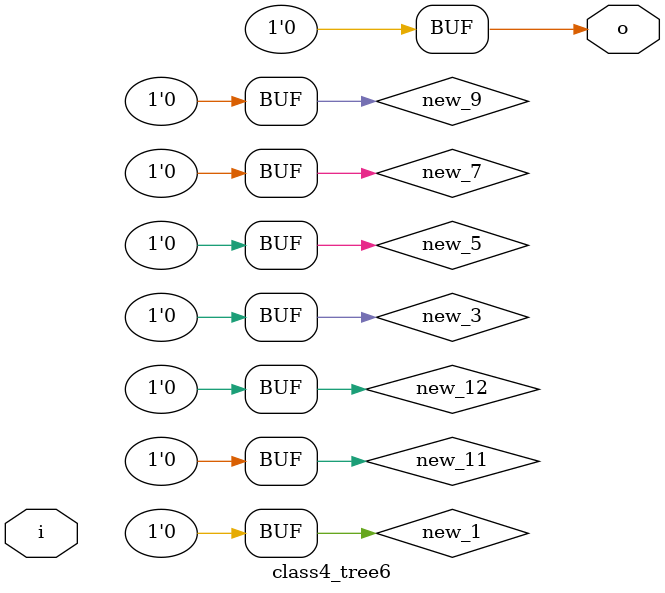
<source format=v>
module class4_tree6(input wire [50:0] i, output wire [0:0] o);

wire [0:0] new_1;
wire [0:0] new_3;
wire [0:0] new_5;
wire [0:0] new_7;
wire [0:0] new_9;
wire [0:0] new_11;
wire [0:0] new_12;
assign new_12 = i[8] ? 0 : 0;
assign new_11 = i[21] ? 0 : 0;
assign new_9 = i[19] ? new_11 : new_12;
assign new_7 = i[45] ? new_9 : 0;
assign new_5 = i[46] ? new_7 : 0;
assign new_3 = i[29] ? new_5 : 0;
assign new_1 = i[48] ? new_3 : 0;
assign o = i[50] ? new_1 : 0;


endmodule

</source>
